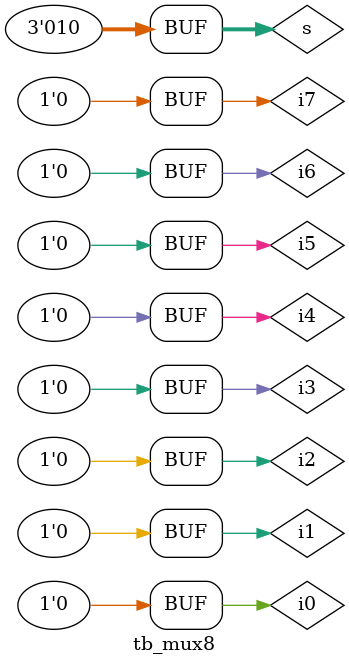
<source format=sv>
`timescale 1ns / 1ps
module tb_mux8();
    logic [2:0]s;
    logic i0,i1,i2,i4,i5,i6,i7,i3, out;
    mux8 dut(i7,i6,i5,i4,i3,i2,i1,i0, s, out); 
    
    initial begin
        s[2] = 0; s[1] = 1; s[0] = 0; //out should be 1
        i7 = 0; i6 = 0; i5 = 0; i4 = 0; i3 = 0; i2 = 1; i1 = 0; i0 = 0;
        #10;
        s[2] = 1; s[1] = 1; s[0] = 0;
        i7 = 0; i6 = 1; i5 = 0; i4 = 0; i3 = 0; i2 = 0; i1 = 0; i0 = 0;
        #10;
        s[2] = 0; s[1]= 1; s[0] = 0;
        i7 = 0; i6 = 0; i5 = 0; i4 = 1; i3 = 0; i2 = 0; i1 = 0; i0 = 0;
        #10;
        s[2] = 0; s[1] = 1; s[0] = 0;
        i7 = 0; i6 = 0; i5 = 0; i4 = 0; i3 = 0; i2 = 0; i1 = 0; i0 = 0;
        #10;
     end
endmodule
</source>
